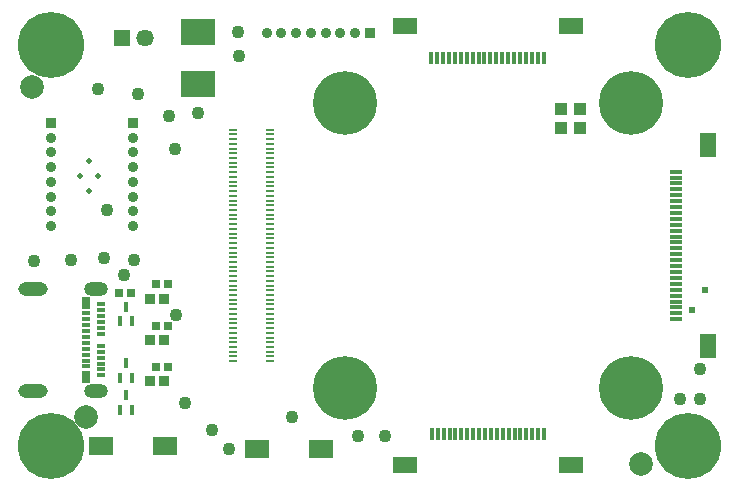
<source format=gts>
G04*
G04 #@! TF.GenerationSoftware,Altium Limited,Altium Designer,20.0.13 (296)*
G04*
G04 Layer_Color=8388736*
%FSLAX44Y44*%
%MOMM*%
G71*
G01*
G75*
%ADD29R,1.1016X1.0016*%
%ADD30C,1.1016*%
%ADD31R,2.1016X1.6016*%
%ADD32R,2.8446X2.2606*%
%ADD33R,1.4016X2.1016*%
%ADD34R,1.1016X0.4016*%
%ADD35R,0.4016X1.1016*%
%ADD36R,2.1016X1.4016*%
%ADD37R,0.4016X0.8116*%
%ADD38R,0.9016X0.9016*%
%ADD39R,0.6516X0.7516*%
%ADD40R,0.8000X0.4000*%
%ADD41R,0.8000X1.1000*%
%ADD42C,2.0000*%
%ADD43R,0.8016X0.2816*%
%ADD44O,2.0000X1.2000*%
%ADD45O,2.5000X1.2000*%
%ADD46R,0.9016X0.9016*%
%ADD47C,0.9016*%
%ADD48R,1.4696X1.4696*%
%ADD49C,1.4696*%
%ADD50O,0.5080X0.5076*%
%ADD51C,5.6016*%
%ADD52C,5.4000*%
%ADD53C,0.6096*%
%ADD54C,0.6080*%
D29*
X462280Y299340D02*
D03*
Y315340D02*
D03*
X478190Y299317D02*
D03*
Y315317D02*
D03*
D30*
X290351Y38431D02*
D03*
X180614Y27915D02*
D03*
X312752Y38431D02*
D03*
X47500Y187500D02*
D03*
X562500Y70000D02*
D03*
X189520Y360203D02*
D03*
X188378Y380377D02*
D03*
X155000Y312500D02*
D03*
X70182Y332610D02*
D03*
X104154Y328113D02*
D03*
X77500Y230250D02*
D03*
X91806Y174623D02*
D03*
X74750Y189000D02*
D03*
X100126Y187749D02*
D03*
X136000Y141000D02*
D03*
X144000Y67000D02*
D03*
X16000Y187000D02*
D03*
X234000Y55000D02*
D03*
X166256Y43849D02*
D03*
X130000Y310000D02*
D03*
X135298Y281794D02*
D03*
X580000Y95000D02*
D03*
Y70000D02*
D03*
D31*
X258683Y27876D02*
D03*
X204683D02*
D03*
X127000Y30000D02*
D03*
X73000D02*
D03*
D32*
X154940Y336546D02*
D03*
Y380746D02*
D03*
D33*
X586500Y114500D02*
D03*
Y285074D02*
D03*
D34*
X559500Y262500D02*
D03*
Y242500D02*
D03*
Y222500D02*
D03*
Y202500D02*
D03*
Y197500D02*
D03*
Y177500D02*
D03*
Y157500D02*
D03*
Y137500D02*
D03*
Y252500D02*
D03*
Y257500D02*
D03*
Y247500D02*
D03*
Y232500D02*
D03*
Y237500D02*
D03*
Y227500D02*
D03*
Y212500D02*
D03*
Y217500D02*
D03*
Y207500D02*
D03*
Y192500D02*
D03*
Y187500D02*
D03*
Y182500D02*
D03*
Y167500D02*
D03*
Y172500D02*
D03*
Y162500D02*
D03*
Y147500D02*
D03*
Y152500D02*
D03*
Y142500D02*
D03*
D35*
X357715Y40700D02*
D03*
X367715D02*
D03*
X362715D02*
D03*
X377715D02*
D03*
X387715D02*
D03*
X382715D02*
D03*
X397715D02*
D03*
X402715D02*
D03*
X407715D02*
D03*
X422715D02*
D03*
X432715D02*
D03*
X427715D02*
D03*
X442715D02*
D03*
X447715D02*
D03*
X352715D02*
D03*
X372715D02*
D03*
X392715D02*
D03*
X412715D02*
D03*
X417715D02*
D03*
X437715D02*
D03*
X442285Y358910D02*
D03*
X432285D02*
D03*
X437285D02*
D03*
X422285D02*
D03*
X412285D02*
D03*
X417285D02*
D03*
X402285D02*
D03*
X397285D02*
D03*
X392285D02*
D03*
X377285D02*
D03*
X367285D02*
D03*
X372285D02*
D03*
X357285D02*
D03*
X352285D02*
D03*
X447285D02*
D03*
X427285D02*
D03*
X407285D02*
D03*
X387285D02*
D03*
X382285D02*
D03*
X362285D02*
D03*
D36*
X470285Y13700D02*
D03*
X329715D02*
D03*
Y385910D02*
D03*
X470285D02*
D03*
D37*
X94000Y73100D02*
D03*
X99000Y60900D02*
D03*
X89000D02*
D03*
X94000Y100100D02*
D03*
X99000Y87900D02*
D03*
X89000D02*
D03*
X94000Y148100D02*
D03*
X99000Y135900D02*
D03*
X89000D02*
D03*
D38*
X126250Y85000D02*
D03*
X113750D02*
D03*
X126250Y120000D02*
D03*
X113750D02*
D03*
X126250Y155000D02*
D03*
X113750D02*
D03*
X30000Y303750D02*
D03*
X100000D02*
D03*
D39*
X119000Y97000D02*
D03*
X129000D02*
D03*
X119000Y132000D02*
D03*
X129000D02*
D03*
X98000Y160000D02*
D03*
X88000D02*
D03*
X119000Y167000D02*
D03*
X129000D02*
D03*
D40*
X59500Y97500D02*
D03*
Y102500D02*
D03*
X72500Y150000D02*
D03*
Y145000D02*
D03*
Y140000D02*
D03*
Y135000D02*
D03*
Y130000D02*
D03*
Y125000D02*
D03*
Y115000D02*
D03*
Y110000D02*
D03*
Y105000D02*
D03*
Y100000D02*
D03*
Y95000D02*
D03*
Y90000D02*
D03*
X59500Y107500D02*
D03*
Y112500D02*
D03*
Y117500D02*
D03*
Y122500D02*
D03*
Y127500D02*
D03*
Y132500D02*
D03*
Y137500D02*
D03*
Y142500D02*
D03*
D41*
Y89000D02*
D03*
Y151000D02*
D03*
D42*
X60064Y55039D02*
D03*
X13907Y333887D02*
D03*
X529644Y15000D02*
D03*
D43*
X215400Y298000D02*
D03*
Y294000D02*
D03*
Y290000D02*
D03*
Y286000D02*
D03*
Y282000D02*
D03*
Y278000D02*
D03*
Y274000D02*
D03*
Y270000D02*
D03*
Y266000D02*
D03*
Y262000D02*
D03*
Y258000D02*
D03*
Y254000D02*
D03*
Y250000D02*
D03*
Y246000D02*
D03*
Y242000D02*
D03*
Y238000D02*
D03*
Y234000D02*
D03*
Y230000D02*
D03*
Y226000D02*
D03*
Y222000D02*
D03*
Y218000D02*
D03*
Y214000D02*
D03*
Y210000D02*
D03*
Y206000D02*
D03*
Y202000D02*
D03*
Y198000D02*
D03*
Y194000D02*
D03*
Y190000D02*
D03*
Y186000D02*
D03*
Y182000D02*
D03*
Y178000D02*
D03*
Y174000D02*
D03*
Y170000D02*
D03*
Y166000D02*
D03*
Y162000D02*
D03*
Y158000D02*
D03*
Y154000D02*
D03*
Y150000D02*
D03*
Y146000D02*
D03*
Y142000D02*
D03*
Y138000D02*
D03*
Y134000D02*
D03*
Y130000D02*
D03*
Y126000D02*
D03*
Y122000D02*
D03*
Y118000D02*
D03*
Y114000D02*
D03*
Y110000D02*
D03*
Y106000D02*
D03*
Y102000D02*
D03*
X184600Y298000D02*
D03*
Y294000D02*
D03*
Y290000D02*
D03*
Y286000D02*
D03*
Y282000D02*
D03*
Y278000D02*
D03*
Y274000D02*
D03*
Y270000D02*
D03*
Y266000D02*
D03*
Y262000D02*
D03*
Y258000D02*
D03*
Y254000D02*
D03*
Y250000D02*
D03*
Y246000D02*
D03*
Y242000D02*
D03*
Y238000D02*
D03*
Y234000D02*
D03*
Y230000D02*
D03*
Y226000D02*
D03*
Y222000D02*
D03*
Y218000D02*
D03*
Y214000D02*
D03*
Y210000D02*
D03*
Y206000D02*
D03*
Y202000D02*
D03*
Y198000D02*
D03*
Y194000D02*
D03*
Y190000D02*
D03*
Y186000D02*
D03*
Y182000D02*
D03*
Y178000D02*
D03*
Y174000D02*
D03*
Y170000D02*
D03*
Y166000D02*
D03*
Y162000D02*
D03*
Y158000D02*
D03*
Y154000D02*
D03*
Y150000D02*
D03*
Y146000D02*
D03*
Y142000D02*
D03*
Y138000D02*
D03*
Y134000D02*
D03*
Y130000D02*
D03*
Y126000D02*
D03*
Y122000D02*
D03*
Y118000D02*
D03*
Y114000D02*
D03*
Y110000D02*
D03*
Y106000D02*
D03*
Y102000D02*
D03*
D44*
X68400Y163200D02*
D03*
Y76800D02*
D03*
D45*
X14800Y163200D02*
D03*
Y76800D02*
D03*
D46*
X300282Y379984D02*
D03*
D47*
X287782D02*
D03*
X275282D02*
D03*
X262782D02*
D03*
X250282D02*
D03*
X237782D02*
D03*
X225282D02*
D03*
X212782D02*
D03*
X30000Y216250D02*
D03*
Y228750D02*
D03*
Y241250D02*
D03*
Y253750D02*
D03*
Y266250D02*
D03*
Y278750D02*
D03*
Y291250D02*
D03*
X100000Y216250D02*
D03*
Y228750D02*
D03*
Y241250D02*
D03*
Y253750D02*
D03*
Y266250D02*
D03*
Y278750D02*
D03*
Y291250D02*
D03*
D48*
X90000Y375500D02*
D03*
D49*
X110000D02*
D03*
D50*
X54750Y259000D02*
D03*
X70250D02*
D03*
X62500Y246250D02*
D03*
X62500Y271750D02*
D03*
D51*
X30000Y30000D02*
D03*
Y370000D02*
D03*
X570000Y30000D02*
D03*
Y370000D02*
D03*
D52*
X279000Y321000D02*
D03*
X521000D02*
D03*
X279000Y79000D02*
D03*
X521000D02*
D03*
D53*
X584200Y162560D02*
D03*
X572907Y145658D02*
D03*
D54*
X299750Y321000D02*
D03*
X258250D02*
D03*
X279000Y300250D02*
D03*
Y341750D02*
D03*
X541750Y321000D02*
D03*
X500250D02*
D03*
X521000Y300250D02*
D03*
Y341750D02*
D03*
X299750Y79000D02*
D03*
X258250D02*
D03*
X279000Y58250D02*
D03*
Y99750D02*
D03*
X541750Y79000D02*
D03*
X500250D02*
D03*
X521000Y58250D02*
D03*
Y99750D02*
D03*
M02*

</source>
